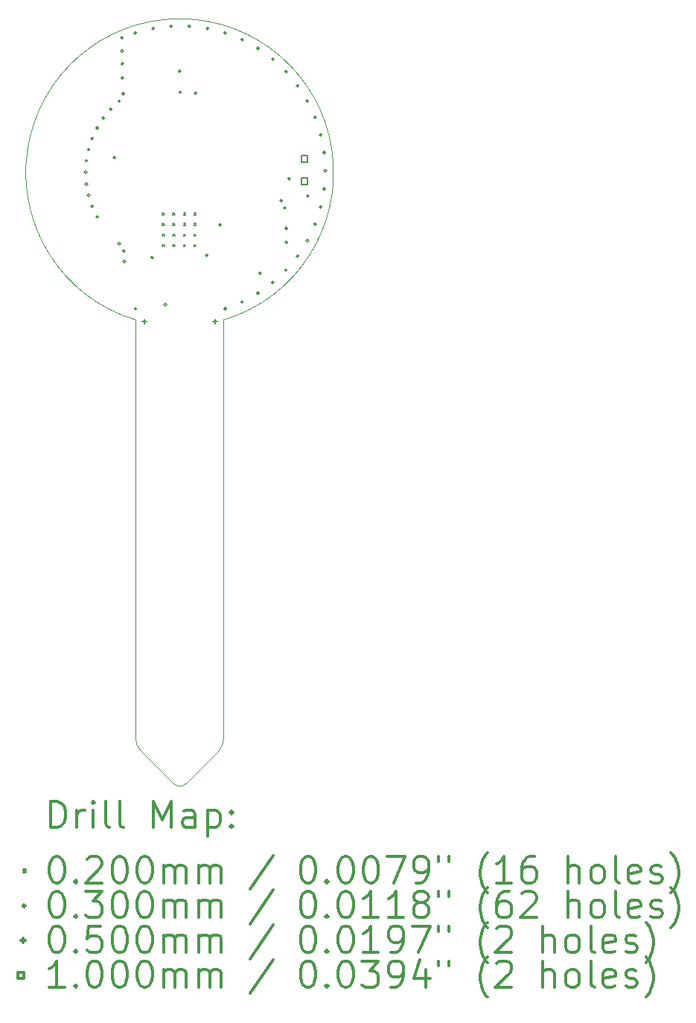
<source format=gbr>
%FSLAX45Y45*%
G04 Gerber Fmt 4.5, Leading zero omitted, Abs format (unit mm)*
G04 Created by KiCad (PCBNEW 5.1.10) date 2021-11-09 15:36:48*
%MOMM*%
%LPD*%
G01*
G04 APERTURE LIST*
%TA.AperFunction,Profile*%
%ADD10C,0.100000*%
%TD*%
%ADD11C,0.200000*%
%ADD12C,0.300000*%
G04 APERTURE END LIST*
D10*
X6130487Y-13025787D02*
G75*
G02*
X6071908Y-12884365I141421J141421D01*
G01*
X6071908Y-8120168D02*
X6071908Y-12884365D01*
X6071999Y-8120195D02*
G75*
G02*
X7071908Y-8120168I499909J1677078D01*
G01*
X7071908Y-12884365D02*
X7071908Y-8120168D01*
X7071908Y-12884365D02*
G75*
G02*
X7013329Y-13025787I-200000J0D01*
G01*
X6642619Y-13396497D02*
X7013329Y-13025787D01*
X6642619Y-13396497D02*
G75*
G02*
X6501197Y-13396497I-70711J70711D01*
G01*
X6130487Y-13025787D02*
X6501197Y-13396497D01*
D11*
X6375010Y-6902560D02*
X6395010Y-6922560D01*
X6395010Y-6902560D02*
X6375010Y-6922560D01*
X6375010Y-7022560D02*
X6395010Y-7042560D01*
X6395010Y-7022560D02*
X6375010Y-7042560D01*
X6375010Y-7142560D02*
X6395010Y-7162560D01*
X6395010Y-7142560D02*
X6375010Y-7162560D01*
X6375010Y-7262560D02*
X6395010Y-7282560D01*
X6395010Y-7262560D02*
X6375010Y-7282560D01*
X6495010Y-6902560D02*
X6515010Y-6922560D01*
X6515010Y-6902560D02*
X6495010Y-6922560D01*
X6495010Y-7022560D02*
X6515010Y-7042560D01*
X6515010Y-7022560D02*
X6495010Y-7042560D01*
X6495010Y-7142560D02*
X6515010Y-7162560D01*
X6515010Y-7142560D02*
X6495010Y-7162560D01*
X6495010Y-7262560D02*
X6515010Y-7282560D01*
X6515010Y-7262560D02*
X6495010Y-7282560D01*
X6615010Y-6902560D02*
X6635010Y-6922560D01*
X6635010Y-6902560D02*
X6615010Y-6922560D01*
X6615010Y-7022560D02*
X6635010Y-7042560D01*
X6635010Y-7022560D02*
X6615010Y-7042560D01*
X6615010Y-7142560D02*
X6635010Y-7162560D01*
X6635010Y-7142560D02*
X6615010Y-7162560D01*
X6615010Y-7262560D02*
X6635010Y-7282560D01*
X6635010Y-7262560D02*
X6615010Y-7282560D01*
X6735010Y-6902560D02*
X6755010Y-6922560D01*
X6755010Y-6902560D02*
X6735010Y-6922560D01*
X6735010Y-7022560D02*
X6755010Y-7042560D01*
X6755010Y-7022560D02*
X6735010Y-7042560D01*
X6735010Y-7142560D02*
X6755010Y-7162560D01*
X6755010Y-7142560D02*
X6735010Y-7162560D01*
X6735010Y-7262560D02*
X6755010Y-7282560D01*
X6755010Y-7262560D02*
X6735010Y-7282560D01*
X5516640Y-6441440D02*
G75*
G03*
X5516640Y-6441440I-15000J0D01*
G01*
X5524920Y-6309840D02*
G75*
G03*
X5524920Y-6309840I-15000J0D01*
G01*
X5524920Y-6573040D02*
G75*
G03*
X5524920Y-6573040I-15000J0D01*
G01*
X5549628Y-6180316D02*
G75*
G03*
X5549628Y-6180316I-15000J0D01*
G01*
X5549628Y-6702564D02*
G75*
G03*
X5549628Y-6702564I-15000J0D01*
G01*
X5590375Y-6054909D02*
G75*
G03*
X5590375Y-6054909I-15000J0D01*
G01*
X5590375Y-6827971D02*
G75*
G03*
X5590375Y-6827971I-15000J0D01*
G01*
X5646518Y-5935599D02*
G75*
G03*
X5646518Y-5935599I-15000J0D01*
G01*
X5646518Y-6947281D02*
G75*
G03*
X5646518Y-6947281I-15000J0D01*
G01*
X5717172Y-5824265D02*
G75*
G03*
X5717172Y-5824265I-15000J0D01*
G01*
X5801223Y-5722665D02*
G75*
G03*
X5801223Y-5722665I-15000J0D01*
G01*
X5845228Y-6272937D02*
G75*
G03*
X5845228Y-6272937I-15000J0D01*
G01*
X5897345Y-5632401D02*
G75*
G03*
X5897345Y-5632401I-15000J0D01*
G01*
X5897345Y-7250479D02*
G75*
G03*
X5897345Y-7250479I-15000J0D01*
G01*
X5929048Y-4908957D02*
G75*
G03*
X5929048Y-4908957I-15000J0D01*
G01*
X5931588Y-5058817D02*
G75*
G03*
X5931588Y-5058817I-15000J0D01*
G01*
X5934128Y-5206137D02*
G75*
G03*
X5934128Y-5206137I-15000J0D01*
G01*
X5934128Y-5366157D02*
G75*
G03*
X5934128Y-5366157I-15000J0D01*
G01*
X5944288Y-5546497D02*
G75*
G03*
X5944288Y-5546497I-15000J0D01*
G01*
X5951908Y-7334657D02*
G75*
G03*
X5951908Y-7334657I-15000J0D01*
G01*
X5957248Y-7453777D02*
G75*
G03*
X5957248Y-7453777I-15000J0D01*
G01*
X6082722Y-4854417D02*
G75*
G03*
X6082722Y-4854417I-15000J0D01*
G01*
X6082722Y-7992903D02*
G75*
G03*
X6082722Y-7992903I-15000J0D01*
G01*
X6272509Y-7410857D02*
G75*
G03*
X6272509Y-7410857I-15000J0D01*
G01*
X6283421Y-4802886D02*
G75*
G03*
X6283421Y-4802886I-15000J0D01*
G01*
X6421808Y-7946797D02*
G75*
G03*
X6421808Y-7946797I-15000J0D01*
G01*
X6488996Y-4776916D02*
G75*
G03*
X6488996Y-4776916I-15000J0D01*
G01*
X6585638Y-5289176D02*
G75*
G03*
X6585638Y-5289176I-15000J0D01*
G01*
X6591984Y-5530298D02*
G75*
G03*
X6591984Y-5530298I-15000J0D01*
G01*
X6696204Y-4776916D02*
G75*
G03*
X6696204Y-4776916I-15000J0D01*
G01*
X6767248Y-5538877D02*
G75*
G03*
X6767248Y-5538877I-15000J0D01*
G01*
X6894248Y-7385457D02*
G75*
G03*
X6894248Y-7385457I-15000J0D01*
G01*
X6901779Y-4802886D02*
G75*
G03*
X6901779Y-4802886I-15000J0D01*
G01*
X7046648Y-7040017D02*
G75*
G03*
X7046648Y-7040017I-15000J0D01*
G01*
X7102478Y-4854417D02*
G75*
G03*
X7102478Y-4854417I-15000J0D01*
G01*
X7102478Y-7992903D02*
G75*
G03*
X7102478Y-7992903I-15000J0D01*
G01*
X7295136Y-4930695D02*
G75*
G03*
X7295136Y-4930695I-15000J0D01*
G01*
X7295136Y-7916625D02*
G75*
G03*
X7295136Y-7916625I-15000J0D01*
G01*
X7476714Y-5030519D02*
G75*
G03*
X7476714Y-5030519I-15000J0D01*
G01*
X7476714Y-7816801D02*
G75*
G03*
X7476714Y-7816801I-15000J0D01*
G01*
X7501308Y-7588657D02*
G75*
G03*
X7501308Y-7588657I-15000J0D01*
G01*
X7644350Y-5152313D02*
G75*
G03*
X7644350Y-5152313I-15000J0D01*
G01*
X7644350Y-7695007D02*
G75*
G03*
X7644350Y-7695007I-15000J0D01*
G01*
X7740068Y-6763157D02*
G75*
G03*
X7740068Y-6763157I-15000J0D01*
G01*
X7780708Y-6846977D02*
G75*
G03*
X7780708Y-6846977I-15000J0D01*
G01*
X7795398Y-5294157D02*
G75*
G03*
X7795398Y-5294157I-15000J0D01*
G01*
X7795398Y-7553163D02*
G75*
G03*
X7795398Y-7553163I-15000J0D01*
G01*
X7798488Y-7078117D02*
G75*
G03*
X7798488Y-7078117I-15000J0D01*
G01*
X7801028Y-7238137D02*
G75*
G03*
X7801028Y-7238137I-15000J0D01*
G01*
X7831508Y-6514237D02*
G75*
G03*
X7831508Y-6514237I-15000J0D01*
G01*
X7927478Y-5453814D02*
G75*
G03*
X7927478Y-5453814I-15000J0D01*
G01*
X7927478Y-7393506D02*
G75*
G03*
X7927478Y-7393506I-15000J0D01*
G01*
X8038506Y-5628766D02*
G75*
G03*
X8038506Y-5628766I-15000J0D01*
G01*
X8038506Y-7218554D02*
G75*
G03*
X8038506Y-7218554I-15000J0D01*
G01*
X8044868Y-6709817D02*
G75*
G03*
X8044868Y-6709817I-15000J0D01*
G01*
X8126731Y-5816254D02*
G75*
G03*
X8126731Y-5816254I-15000J0D01*
G01*
X8126731Y-7031065D02*
G75*
G03*
X8126731Y-7031065I-15000J0D01*
G01*
X8190762Y-6013322D02*
G75*
G03*
X8190762Y-6013322I-15000J0D01*
G01*
X8190762Y-6833998D02*
G75*
G03*
X8190762Y-6833998I-15000J0D01*
G01*
X8229589Y-6216860D02*
G75*
G03*
X8229589Y-6216860I-15000J0D01*
G01*
X8229589Y-6630460D02*
G75*
G03*
X8229589Y-6630460I-15000J0D01*
G01*
X8242600Y-6423660D02*
G75*
G03*
X8242600Y-6423660I-15000J0D01*
G01*
X6172212Y-8111878D02*
X6172212Y-8161878D01*
X6147212Y-8136878D02*
X6197212Y-8136878D01*
X6972212Y-8111878D02*
X6972212Y-8161878D01*
X6947212Y-8136878D02*
X6997212Y-8136878D01*
X8024584Y-6320993D02*
X8024584Y-6250281D01*
X7953872Y-6250281D01*
X7953872Y-6320993D01*
X8024584Y-6320993D01*
X8024584Y-6574993D02*
X8024584Y-6504281D01*
X7953872Y-6504281D01*
X7953872Y-6574993D01*
X8024584Y-6574993D01*
D12*
X5103337Y-13896501D02*
X5103337Y-13596501D01*
X5174765Y-13596501D01*
X5217622Y-13610787D01*
X5246194Y-13639358D01*
X5260479Y-13667929D01*
X5274765Y-13725072D01*
X5274765Y-13767929D01*
X5260479Y-13825072D01*
X5246194Y-13853644D01*
X5217622Y-13882215D01*
X5174765Y-13896501D01*
X5103337Y-13896501D01*
X5403337Y-13896501D02*
X5403337Y-13696501D01*
X5403337Y-13753644D02*
X5417622Y-13725072D01*
X5431908Y-13710787D01*
X5460479Y-13696501D01*
X5489051Y-13696501D01*
X5589051Y-13896501D02*
X5589051Y-13696501D01*
X5589051Y-13596501D02*
X5574765Y-13610787D01*
X5589051Y-13625072D01*
X5603336Y-13610787D01*
X5589051Y-13596501D01*
X5589051Y-13625072D01*
X5774765Y-13896501D02*
X5746194Y-13882215D01*
X5731908Y-13853644D01*
X5731908Y-13596501D01*
X5931908Y-13896501D02*
X5903336Y-13882215D01*
X5889051Y-13853644D01*
X5889051Y-13596501D01*
X6274765Y-13896501D02*
X6274765Y-13596501D01*
X6374765Y-13810787D01*
X6474765Y-13596501D01*
X6474765Y-13896501D01*
X6746194Y-13896501D02*
X6746194Y-13739358D01*
X6731908Y-13710787D01*
X6703336Y-13696501D01*
X6646194Y-13696501D01*
X6617622Y-13710787D01*
X6746194Y-13882215D02*
X6717622Y-13896501D01*
X6646194Y-13896501D01*
X6617622Y-13882215D01*
X6603336Y-13853644D01*
X6603336Y-13825072D01*
X6617622Y-13796501D01*
X6646194Y-13782215D01*
X6717622Y-13782215D01*
X6746194Y-13767929D01*
X6889051Y-13696501D02*
X6889051Y-13996501D01*
X6889051Y-13710787D02*
X6917622Y-13696501D01*
X6974765Y-13696501D01*
X7003336Y-13710787D01*
X7017622Y-13725072D01*
X7031908Y-13753644D01*
X7031908Y-13839358D01*
X7017622Y-13867929D01*
X7003336Y-13882215D01*
X6974765Y-13896501D01*
X6917622Y-13896501D01*
X6889051Y-13882215D01*
X7160479Y-13867929D02*
X7174765Y-13882215D01*
X7160479Y-13896501D01*
X7146194Y-13882215D01*
X7160479Y-13867929D01*
X7160479Y-13896501D01*
X7160479Y-13710787D02*
X7174765Y-13725072D01*
X7160479Y-13739358D01*
X7146194Y-13725072D01*
X7160479Y-13710787D01*
X7160479Y-13739358D01*
X4796908Y-14380787D02*
X4816908Y-14400787D01*
X4816908Y-14380787D02*
X4796908Y-14400787D01*
X5160479Y-14226501D02*
X5189051Y-14226501D01*
X5217622Y-14240787D01*
X5231908Y-14255072D01*
X5246194Y-14283644D01*
X5260479Y-14340787D01*
X5260479Y-14412215D01*
X5246194Y-14469358D01*
X5231908Y-14497929D01*
X5217622Y-14512215D01*
X5189051Y-14526501D01*
X5160479Y-14526501D01*
X5131908Y-14512215D01*
X5117622Y-14497929D01*
X5103337Y-14469358D01*
X5089051Y-14412215D01*
X5089051Y-14340787D01*
X5103337Y-14283644D01*
X5117622Y-14255072D01*
X5131908Y-14240787D01*
X5160479Y-14226501D01*
X5389051Y-14497929D02*
X5403337Y-14512215D01*
X5389051Y-14526501D01*
X5374765Y-14512215D01*
X5389051Y-14497929D01*
X5389051Y-14526501D01*
X5517622Y-14255072D02*
X5531908Y-14240787D01*
X5560479Y-14226501D01*
X5631908Y-14226501D01*
X5660479Y-14240787D01*
X5674765Y-14255072D01*
X5689051Y-14283644D01*
X5689051Y-14312215D01*
X5674765Y-14355072D01*
X5503337Y-14526501D01*
X5689051Y-14526501D01*
X5874765Y-14226501D02*
X5903336Y-14226501D01*
X5931908Y-14240787D01*
X5946194Y-14255072D01*
X5960479Y-14283644D01*
X5974765Y-14340787D01*
X5974765Y-14412215D01*
X5960479Y-14469358D01*
X5946194Y-14497929D01*
X5931908Y-14512215D01*
X5903336Y-14526501D01*
X5874765Y-14526501D01*
X5846194Y-14512215D01*
X5831908Y-14497929D01*
X5817622Y-14469358D01*
X5803336Y-14412215D01*
X5803336Y-14340787D01*
X5817622Y-14283644D01*
X5831908Y-14255072D01*
X5846194Y-14240787D01*
X5874765Y-14226501D01*
X6160479Y-14226501D02*
X6189051Y-14226501D01*
X6217622Y-14240787D01*
X6231908Y-14255072D01*
X6246194Y-14283644D01*
X6260479Y-14340787D01*
X6260479Y-14412215D01*
X6246194Y-14469358D01*
X6231908Y-14497929D01*
X6217622Y-14512215D01*
X6189051Y-14526501D01*
X6160479Y-14526501D01*
X6131908Y-14512215D01*
X6117622Y-14497929D01*
X6103336Y-14469358D01*
X6089051Y-14412215D01*
X6089051Y-14340787D01*
X6103336Y-14283644D01*
X6117622Y-14255072D01*
X6131908Y-14240787D01*
X6160479Y-14226501D01*
X6389051Y-14526501D02*
X6389051Y-14326501D01*
X6389051Y-14355072D02*
X6403336Y-14340787D01*
X6431908Y-14326501D01*
X6474765Y-14326501D01*
X6503336Y-14340787D01*
X6517622Y-14369358D01*
X6517622Y-14526501D01*
X6517622Y-14369358D02*
X6531908Y-14340787D01*
X6560479Y-14326501D01*
X6603336Y-14326501D01*
X6631908Y-14340787D01*
X6646194Y-14369358D01*
X6646194Y-14526501D01*
X6789051Y-14526501D02*
X6789051Y-14326501D01*
X6789051Y-14355072D02*
X6803336Y-14340787D01*
X6831908Y-14326501D01*
X6874765Y-14326501D01*
X6903336Y-14340787D01*
X6917622Y-14369358D01*
X6917622Y-14526501D01*
X6917622Y-14369358D02*
X6931908Y-14340787D01*
X6960479Y-14326501D01*
X7003336Y-14326501D01*
X7031908Y-14340787D01*
X7046194Y-14369358D01*
X7046194Y-14526501D01*
X7631908Y-14212215D02*
X7374765Y-14597929D01*
X8017622Y-14226501D02*
X8046194Y-14226501D01*
X8074765Y-14240787D01*
X8089051Y-14255072D01*
X8103336Y-14283644D01*
X8117622Y-14340787D01*
X8117622Y-14412215D01*
X8103336Y-14469358D01*
X8089051Y-14497929D01*
X8074765Y-14512215D01*
X8046194Y-14526501D01*
X8017622Y-14526501D01*
X7989051Y-14512215D01*
X7974765Y-14497929D01*
X7960479Y-14469358D01*
X7946194Y-14412215D01*
X7946194Y-14340787D01*
X7960479Y-14283644D01*
X7974765Y-14255072D01*
X7989051Y-14240787D01*
X8017622Y-14226501D01*
X8246194Y-14497929D02*
X8260479Y-14512215D01*
X8246194Y-14526501D01*
X8231908Y-14512215D01*
X8246194Y-14497929D01*
X8246194Y-14526501D01*
X8446194Y-14226501D02*
X8474765Y-14226501D01*
X8503337Y-14240787D01*
X8517622Y-14255072D01*
X8531908Y-14283644D01*
X8546194Y-14340787D01*
X8546194Y-14412215D01*
X8531908Y-14469358D01*
X8517622Y-14497929D01*
X8503337Y-14512215D01*
X8474765Y-14526501D01*
X8446194Y-14526501D01*
X8417622Y-14512215D01*
X8403337Y-14497929D01*
X8389051Y-14469358D01*
X8374765Y-14412215D01*
X8374765Y-14340787D01*
X8389051Y-14283644D01*
X8403337Y-14255072D01*
X8417622Y-14240787D01*
X8446194Y-14226501D01*
X8731908Y-14226501D02*
X8760479Y-14226501D01*
X8789051Y-14240787D01*
X8803337Y-14255072D01*
X8817622Y-14283644D01*
X8831908Y-14340787D01*
X8831908Y-14412215D01*
X8817622Y-14469358D01*
X8803337Y-14497929D01*
X8789051Y-14512215D01*
X8760479Y-14526501D01*
X8731908Y-14526501D01*
X8703337Y-14512215D01*
X8689051Y-14497929D01*
X8674765Y-14469358D01*
X8660479Y-14412215D01*
X8660479Y-14340787D01*
X8674765Y-14283644D01*
X8689051Y-14255072D01*
X8703337Y-14240787D01*
X8731908Y-14226501D01*
X8931908Y-14226501D02*
X9131908Y-14226501D01*
X9003337Y-14526501D01*
X9260479Y-14526501D02*
X9317622Y-14526501D01*
X9346194Y-14512215D01*
X9360479Y-14497929D01*
X9389051Y-14455072D01*
X9403337Y-14397929D01*
X9403337Y-14283644D01*
X9389051Y-14255072D01*
X9374765Y-14240787D01*
X9346194Y-14226501D01*
X9289051Y-14226501D01*
X9260479Y-14240787D01*
X9246194Y-14255072D01*
X9231908Y-14283644D01*
X9231908Y-14355072D01*
X9246194Y-14383644D01*
X9260479Y-14397929D01*
X9289051Y-14412215D01*
X9346194Y-14412215D01*
X9374765Y-14397929D01*
X9389051Y-14383644D01*
X9403337Y-14355072D01*
X9517622Y-14226501D02*
X9517622Y-14283644D01*
X9631908Y-14226501D02*
X9631908Y-14283644D01*
X10074765Y-14640787D02*
X10060479Y-14626501D01*
X10031908Y-14583644D01*
X10017622Y-14555072D01*
X10003337Y-14512215D01*
X9989051Y-14440787D01*
X9989051Y-14383644D01*
X10003337Y-14312215D01*
X10017622Y-14269358D01*
X10031908Y-14240787D01*
X10060479Y-14197929D01*
X10074765Y-14183644D01*
X10346194Y-14526501D02*
X10174765Y-14526501D01*
X10260479Y-14526501D02*
X10260479Y-14226501D01*
X10231908Y-14269358D01*
X10203337Y-14297929D01*
X10174765Y-14312215D01*
X10603337Y-14226501D02*
X10546194Y-14226501D01*
X10517622Y-14240787D01*
X10503337Y-14255072D01*
X10474765Y-14297929D01*
X10460479Y-14355072D01*
X10460479Y-14469358D01*
X10474765Y-14497929D01*
X10489051Y-14512215D01*
X10517622Y-14526501D01*
X10574765Y-14526501D01*
X10603337Y-14512215D01*
X10617622Y-14497929D01*
X10631908Y-14469358D01*
X10631908Y-14397929D01*
X10617622Y-14369358D01*
X10603337Y-14355072D01*
X10574765Y-14340787D01*
X10517622Y-14340787D01*
X10489051Y-14355072D01*
X10474765Y-14369358D01*
X10460479Y-14397929D01*
X10989051Y-14526501D02*
X10989051Y-14226501D01*
X11117622Y-14526501D02*
X11117622Y-14369358D01*
X11103337Y-14340787D01*
X11074765Y-14326501D01*
X11031908Y-14326501D01*
X11003337Y-14340787D01*
X10989051Y-14355072D01*
X11303336Y-14526501D02*
X11274765Y-14512215D01*
X11260479Y-14497929D01*
X11246194Y-14469358D01*
X11246194Y-14383644D01*
X11260479Y-14355072D01*
X11274765Y-14340787D01*
X11303336Y-14326501D01*
X11346194Y-14326501D01*
X11374765Y-14340787D01*
X11389051Y-14355072D01*
X11403336Y-14383644D01*
X11403336Y-14469358D01*
X11389051Y-14497929D01*
X11374765Y-14512215D01*
X11346194Y-14526501D01*
X11303336Y-14526501D01*
X11574765Y-14526501D02*
X11546194Y-14512215D01*
X11531908Y-14483644D01*
X11531908Y-14226501D01*
X11803336Y-14512215D02*
X11774765Y-14526501D01*
X11717622Y-14526501D01*
X11689051Y-14512215D01*
X11674765Y-14483644D01*
X11674765Y-14369358D01*
X11689051Y-14340787D01*
X11717622Y-14326501D01*
X11774765Y-14326501D01*
X11803336Y-14340787D01*
X11817622Y-14369358D01*
X11817622Y-14397929D01*
X11674765Y-14426501D01*
X11931908Y-14512215D02*
X11960479Y-14526501D01*
X12017622Y-14526501D01*
X12046194Y-14512215D01*
X12060479Y-14483644D01*
X12060479Y-14469358D01*
X12046194Y-14440787D01*
X12017622Y-14426501D01*
X11974765Y-14426501D01*
X11946194Y-14412215D01*
X11931908Y-14383644D01*
X11931908Y-14369358D01*
X11946194Y-14340787D01*
X11974765Y-14326501D01*
X12017622Y-14326501D01*
X12046194Y-14340787D01*
X12160479Y-14640787D02*
X12174765Y-14626501D01*
X12203336Y-14583644D01*
X12217622Y-14555072D01*
X12231908Y-14512215D01*
X12246194Y-14440787D01*
X12246194Y-14383644D01*
X12231908Y-14312215D01*
X12217622Y-14269358D01*
X12203336Y-14240787D01*
X12174765Y-14197929D01*
X12160479Y-14183644D01*
X4816908Y-14786787D02*
G75*
G03*
X4816908Y-14786787I-15000J0D01*
G01*
X5160479Y-14622501D02*
X5189051Y-14622501D01*
X5217622Y-14636787D01*
X5231908Y-14651072D01*
X5246194Y-14679644D01*
X5260479Y-14736787D01*
X5260479Y-14808215D01*
X5246194Y-14865358D01*
X5231908Y-14893929D01*
X5217622Y-14908215D01*
X5189051Y-14922501D01*
X5160479Y-14922501D01*
X5131908Y-14908215D01*
X5117622Y-14893929D01*
X5103337Y-14865358D01*
X5089051Y-14808215D01*
X5089051Y-14736787D01*
X5103337Y-14679644D01*
X5117622Y-14651072D01*
X5131908Y-14636787D01*
X5160479Y-14622501D01*
X5389051Y-14893929D02*
X5403337Y-14908215D01*
X5389051Y-14922501D01*
X5374765Y-14908215D01*
X5389051Y-14893929D01*
X5389051Y-14922501D01*
X5503337Y-14622501D02*
X5689051Y-14622501D01*
X5589051Y-14736787D01*
X5631908Y-14736787D01*
X5660479Y-14751072D01*
X5674765Y-14765358D01*
X5689051Y-14793929D01*
X5689051Y-14865358D01*
X5674765Y-14893929D01*
X5660479Y-14908215D01*
X5631908Y-14922501D01*
X5546194Y-14922501D01*
X5517622Y-14908215D01*
X5503337Y-14893929D01*
X5874765Y-14622501D02*
X5903336Y-14622501D01*
X5931908Y-14636787D01*
X5946194Y-14651072D01*
X5960479Y-14679644D01*
X5974765Y-14736787D01*
X5974765Y-14808215D01*
X5960479Y-14865358D01*
X5946194Y-14893929D01*
X5931908Y-14908215D01*
X5903336Y-14922501D01*
X5874765Y-14922501D01*
X5846194Y-14908215D01*
X5831908Y-14893929D01*
X5817622Y-14865358D01*
X5803336Y-14808215D01*
X5803336Y-14736787D01*
X5817622Y-14679644D01*
X5831908Y-14651072D01*
X5846194Y-14636787D01*
X5874765Y-14622501D01*
X6160479Y-14622501D02*
X6189051Y-14622501D01*
X6217622Y-14636787D01*
X6231908Y-14651072D01*
X6246194Y-14679644D01*
X6260479Y-14736787D01*
X6260479Y-14808215D01*
X6246194Y-14865358D01*
X6231908Y-14893929D01*
X6217622Y-14908215D01*
X6189051Y-14922501D01*
X6160479Y-14922501D01*
X6131908Y-14908215D01*
X6117622Y-14893929D01*
X6103336Y-14865358D01*
X6089051Y-14808215D01*
X6089051Y-14736787D01*
X6103336Y-14679644D01*
X6117622Y-14651072D01*
X6131908Y-14636787D01*
X6160479Y-14622501D01*
X6389051Y-14922501D02*
X6389051Y-14722501D01*
X6389051Y-14751072D02*
X6403336Y-14736787D01*
X6431908Y-14722501D01*
X6474765Y-14722501D01*
X6503336Y-14736787D01*
X6517622Y-14765358D01*
X6517622Y-14922501D01*
X6517622Y-14765358D02*
X6531908Y-14736787D01*
X6560479Y-14722501D01*
X6603336Y-14722501D01*
X6631908Y-14736787D01*
X6646194Y-14765358D01*
X6646194Y-14922501D01*
X6789051Y-14922501D02*
X6789051Y-14722501D01*
X6789051Y-14751072D02*
X6803336Y-14736787D01*
X6831908Y-14722501D01*
X6874765Y-14722501D01*
X6903336Y-14736787D01*
X6917622Y-14765358D01*
X6917622Y-14922501D01*
X6917622Y-14765358D02*
X6931908Y-14736787D01*
X6960479Y-14722501D01*
X7003336Y-14722501D01*
X7031908Y-14736787D01*
X7046194Y-14765358D01*
X7046194Y-14922501D01*
X7631908Y-14608215D02*
X7374765Y-14993929D01*
X8017622Y-14622501D02*
X8046194Y-14622501D01*
X8074765Y-14636787D01*
X8089051Y-14651072D01*
X8103336Y-14679644D01*
X8117622Y-14736787D01*
X8117622Y-14808215D01*
X8103336Y-14865358D01*
X8089051Y-14893929D01*
X8074765Y-14908215D01*
X8046194Y-14922501D01*
X8017622Y-14922501D01*
X7989051Y-14908215D01*
X7974765Y-14893929D01*
X7960479Y-14865358D01*
X7946194Y-14808215D01*
X7946194Y-14736787D01*
X7960479Y-14679644D01*
X7974765Y-14651072D01*
X7989051Y-14636787D01*
X8017622Y-14622501D01*
X8246194Y-14893929D02*
X8260479Y-14908215D01*
X8246194Y-14922501D01*
X8231908Y-14908215D01*
X8246194Y-14893929D01*
X8246194Y-14922501D01*
X8446194Y-14622501D02*
X8474765Y-14622501D01*
X8503337Y-14636787D01*
X8517622Y-14651072D01*
X8531908Y-14679644D01*
X8546194Y-14736787D01*
X8546194Y-14808215D01*
X8531908Y-14865358D01*
X8517622Y-14893929D01*
X8503337Y-14908215D01*
X8474765Y-14922501D01*
X8446194Y-14922501D01*
X8417622Y-14908215D01*
X8403337Y-14893929D01*
X8389051Y-14865358D01*
X8374765Y-14808215D01*
X8374765Y-14736787D01*
X8389051Y-14679644D01*
X8403337Y-14651072D01*
X8417622Y-14636787D01*
X8446194Y-14622501D01*
X8831908Y-14922501D02*
X8660479Y-14922501D01*
X8746194Y-14922501D02*
X8746194Y-14622501D01*
X8717622Y-14665358D01*
X8689051Y-14693929D01*
X8660479Y-14708215D01*
X9117622Y-14922501D02*
X8946194Y-14922501D01*
X9031908Y-14922501D02*
X9031908Y-14622501D01*
X9003337Y-14665358D01*
X8974765Y-14693929D01*
X8946194Y-14708215D01*
X9289051Y-14751072D02*
X9260479Y-14736787D01*
X9246194Y-14722501D01*
X9231908Y-14693929D01*
X9231908Y-14679644D01*
X9246194Y-14651072D01*
X9260479Y-14636787D01*
X9289051Y-14622501D01*
X9346194Y-14622501D01*
X9374765Y-14636787D01*
X9389051Y-14651072D01*
X9403337Y-14679644D01*
X9403337Y-14693929D01*
X9389051Y-14722501D01*
X9374765Y-14736787D01*
X9346194Y-14751072D01*
X9289051Y-14751072D01*
X9260479Y-14765358D01*
X9246194Y-14779644D01*
X9231908Y-14808215D01*
X9231908Y-14865358D01*
X9246194Y-14893929D01*
X9260479Y-14908215D01*
X9289051Y-14922501D01*
X9346194Y-14922501D01*
X9374765Y-14908215D01*
X9389051Y-14893929D01*
X9403337Y-14865358D01*
X9403337Y-14808215D01*
X9389051Y-14779644D01*
X9374765Y-14765358D01*
X9346194Y-14751072D01*
X9517622Y-14622501D02*
X9517622Y-14679644D01*
X9631908Y-14622501D02*
X9631908Y-14679644D01*
X10074765Y-15036787D02*
X10060479Y-15022501D01*
X10031908Y-14979644D01*
X10017622Y-14951072D01*
X10003337Y-14908215D01*
X9989051Y-14836787D01*
X9989051Y-14779644D01*
X10003337Y-14708215D01*
X10017622Y-14665358D01*
X10031908Y-14636787D01*
X10060479Y-14593929D01*
X10074765Y-14579644D01*
X10317622Y-14622501D02*
X10260479Y-14622501D01*
X10231908Y-14636787D01*
X10217622Y-14651072D01*
X10189051Y-14693929D01*
X10174765Y-14751072D01*
X10174765Y-14865358D01*
X10189051Y-14893929D01*
X10203337Y-14908215D01*
X10231908Y-14922501D01*
X10289051Y-14922501D01*
X10317622Y-14908215D01*
X10331908Y-14893929D01*
X10346194Y-14865358D01*
X10346194Y-14793929D01*
X10331908Y-14765358D01*
X10317622Y-14751072D01*
X10289051Y-14736787D01*
X10231908Y-14736787D01*
X10203337Y-14751072D01*
X10189051Y-14765358D01*
X10174765Y-14793929D01*
X10460479Y-14651072D02*
X10474765Y-14636787D01*
X10503337Y-14622501D01*
X10574765Y-14622501D01*
X10603337Y-14636787D01*
X10617622Y-14651072D01*
X10631908Y-14679644D01*
X10631908Y-14708215D01*
X10617622Y-14751072D01*
X10446194Y-14922501D01*
X10631908Y-14922501D01*
X10989051Y-14922501D02*
X10989051Y-14622501D01*
X11117622Y-14922501D02*
X11117622Y-14765358D01*
X11103337Y-14736787D01*
X11074765Y-14722501D01*
X11031908Y-14722501D01*
X11003337Y-14736787D01*
X10989051Y-14751072D01*
X11303336Y-14922501D02*
X11274765Y-14908215D01*
X11260479Y-14893929D01*
X11246194Y-14865358D01*
X11246194Y-14779644D01*
X11260479Y-14751072D01*
X11274765Y-14736787D01*
X11303336Y-14722501D01*
X11346194Y-14722501D01*
X11374765Y-14736787D01*
X11389051Y-14751072D01*
X11403336Y-14779644D01*
X11403336Y-14865358D01*
X11389051Y-14893929D01*
X11374765Y-14908215D01*
X11346194Y-14922501D01*
X11303336Y-14922501D01*
X11574765Y-14922501D02*
X11546194Y-14908215D01*
X11531908Y-14879644D01*
X11531908Y-14622501D01*
X11803336Y-14908215D02*
X11774765Y-14922501D01*
X11717622Y-14922501D01*
X11689051Y-14908215D01*
X11674765Y-14879644D01*
X11674765Y-14765358D01*
X11689051Y-14736787D01*
X11717622Y-14722501D01*
X11774765Y-14722501D01*
X11803336Y-14736787D01*
X11817622Y-14765358D01*
X11817622Y-14793929D01*
X11674765Y-14822501D01*
X11931908Y-14908215D02*
X11960479Y-14922501D01*
X12017622Y-14922501D01*
X12046194Y-14908215D01*
X12060479Y-14879644D01*
X12060479Y-14865358D01*
X12046194Y-14836787D01*
X12017622Y-14822501D01*
X11974765Y-14822501D01*
X11946194Y-14808215D01*
X11931908Y-14779644D01*
X11931908Y-14765358D01*
X11946194Y-14736787D01*
X11974765Y-14722501D01*
X12017622Y-14722501D01*
X12046194Y-14736787D01*
X12160479Y-15036787D02*
X12174765Y-15022501D01*
X12203336Y-14979644D01*
X12217622Y-14951072D01*
X12231908Y-14908215D01*
X12246194Y-14836787D01*
X12246194Y-14779644D01*
X12231908Y-14708215D01*
X12217622Y-14665358D01*
X12203336Y-14636787D01*
X12174765Y-14593929D01*
X12160479Y-14579644D01*
X4791908Y-15157787D02*
X4791908Y-15207787D01*
X4766908Y-15182787D02*
X4816908Y-15182787D01*
X5160479Y-15018501D02*
X5189051Y-15018501D01*
X5217622Y-15032787D01*
X5231908Y-15047072D01*
X5246194Y-15075644D01*
X5260479Y-15132787D01*
X5260479Y-15204215D01*
X5246194Y-15261358D01*
X5231908Y-15289929D01*
X5217622Y-15304215D01*
X5189051Y-15318501D01*
X5160479Y-15318501D01*
X5131908Y-15304215D01*
X5117622Y-15289929D01*
X5103337Y-15261358D01*
X5089051Y-15204215D01*
X5089051Y-15132787D01*
X5103337Y-15075644D01*
X5117622Y-15047072D01*
X5131908Y-15032787D01*
X5160479Y-15018501D01*
X5389051Y-15289929D02*
X5403337Y-15304215D01*
X5389051Y-15318501D01*
X5374765Y-15304215D01*
X5389051Y-15289929D01*
X5389051Y-15318501D01*
X5674765Y-15018501D02*
X5531908Y-15018501D01*
X5517622Y-15161358D01*
X5531908Y-15147072D01*
X5560479Y-15132787D01*
X5631908Y-15132787D01*
X5660479Y-15147072D01*
X5674765Y-15161358D01*
X5689051Y-15189929D01*
X5689051Y-15261358D01*
X5674765Y-15289929D01*
X5660479Y-15304215D01*
X5631908Y-15318501D01*
X5560479Y-15318501D01*
X5531908Y-15304215D01*
X5517622Y-15289929D01*
X5874765Y-15018501D02*
X5903336Y-15018501D01*
X5931908Y-15032787D01*
X5946194Y-15047072D01*
X5960479Y-15075644D01*
X5974765Y-15132787D01*
X5974765Y-15204215D01*
X5960479Y-15261358D01*
X5946194Y-15289929D01*
X5931908Y-15304215D01*
X5903336Y-15318501D01*
X5874765Y-15318501D01*
X5846194Y-15304215D01*
X5831908Y-15289929D01*
X5817622Y-15261358D01*
X5803336Y-15204215D01*
X5803336Y-15132787D01*
X5817622Y-15075644D01*
X5831908Y-15047072D01*
X5846194Y-15032787D01*
X5874765Y-15018501D01*
X6160479Y-15018501D02*
X6189051Y-15018501D01*
X6217622Y-15032787D01*
X6231908Y-15047072D01*
X6246194Y-15075644D01*
X6260479Y-15132787D01*
X6260479Y-15204215D01*
X6246194Y-15261358D01*
X6231908Y-15289929D01*
X6217622Y-15304215D01*
X6189051Y-15318501D01*
X6160479Y-15318501D01*
X6131908Y-15304215D01*
X6117622Y-15289929D01*
X6103336Y-15261358D01*
X6089051Y-15204215D01*
X6089051Y-15132787D01*
X6103336Y-15075644D01*
X6117622Y-15047072D01*
X6131908Y-15032787D01*
X6160479Y-15018501D01*
X6389051Y-15318501D02*
X6389051Y-15118501D01*
X6389051Y-15147072D02*
X6403336Y-15132787D01*
X6431908Y-15118501D01*
X6474765Y-15118501D01*
X6503336Y-15132787D01*
X6517622Y-15161358D01*
X6517622Y-15318501D01*
X6517622Y-15161358D02*
X6531908Y-15132787D01*
X6560479Y-15118501D01*
X6603336Y-15118501D01*
X6631908Y-15132787D01*
X6646194Y-15161358D01*
X6646194Y-15318501D01*
X6789051Y-15318501D02*
X6789051Y-15118501D01*
X6789051Y-15147072D02*
X6803336Y-15132787D01*
X6831908Y-15118501D01*
X6874765Y-15118501D01*
X6903336Y-15132787D01*
X6917622Y-15161358D01*
X6917622Y-15318501D01*
X6917622Y-15161358D02*
X6931908Y-15132787D01*
X6960479Y-15118501D01*
X7003336Y-15118501D01*
X7031908Y-15132787D01*
X7046194Y-15161358D01*
X7046194Y-15318501D01*
X7631908Y-15004215D02*
X7374765Y-15389929D01*
X8017622Y-15018501D02*
X8046194Y-15018501D01*
X8074765Y-15032787D01*
X8089051Y-15047072D01*
X8103336Y-15075644D01*
X8117622Y-15132787D01*
X8117622Y-15204215D01*
X8103336Y-15261358D01*
X8089051Y-15289929D01*
X8074765Y-15304215D01*
X8046194Y-15318501D01*
X8017622Y-15318501D01*
X7989051Y-15304215D01*
X7974765Y-15289929D01*
X7960479Y-15261358D01*
X7946194Y-15204215D01*
X7946194Y-15132787D01*
X7960479Y-15075644D01*
X7974765Y-15047072D01*
X7989051Y-15032787D01*
X8017622Y-15018501D01*
X8246194Y-15289929D02*
X8260479Y-15304215D01*
X8246194Y-15318501D01*
X8231908Y-15304215D01*
X8246194Y-15289929D01*
X8246194Y-15318501D01*
X8446194Y-15018501D02*
X8474765Y-15018501D01*
X8503337Y-15032787D01*
X8517622Y-15047072D01*
X8531908Y-15075644D01*
X8546194Y-15132787D01*
X8546194Y-15204215D01*
X8531908Y-15261358D01*
X8517622Y-15289929D01*
X8503337Y-15304215D01*
X8474765Y-15318501D01*
X8446194Y-15318501D01*
X8417622Y-15304215D01*
X8403337Y-15289929D01*
X8389051Y-15261358D01*
X8374765Y-15204215D01*
X8374765Y-15132787D01*
X8389051Y-15075644D01*
X8403337Y-15047072D01*
X8417622Y-15032787D01*
X8446194Y-15018501D01*
X8831908Y-15318501D02*
X8660479Y-15318501D01*
X8746194Y-15318501D02*
X8746194Y-15018501D01*
X8717622Y-15061358D01*
X8689051Y-15089929D01*
X8660479Y-15104215D01*
X8974765Y-15318501D02*
X9031908Y-15318501D01*
X9060479Y-15304215D01*
X9074765Y-15289929D01*
X9103337Y-15247072D01*
X9117622Y-15189929D01*
X9117622Y-15075644D01*
X9103337Y-15047072D01*
X9089051Y-15032787D01*
X9060479Y-15018501D01*
X9003337Y-15018501D01*
X8974765Y-15032787D01*
X8960479Y-15047072D01*
X8946194Y-15075644D01*
X8946194Y-15147072D01*
X8960479Y-15175644D01*
X8974765Y-15189929D01*
X9003337Y-15204215D01*
X9060479Y-15204215D01*
X9089051Y-15189929D01*
X9103337Y-15175644D01*
X9117622Y-15147072D01*
X9217622Y-15018501D02*
X9417622Y-15018501D01*
X9289051Y-15318501D01*
X9517622Y-15018501D02*
X9517622Y-15075644D01*
X9631908Y-15018501D02*
X9631908Y-15075644D01*
X10074765Y-15432787D02*
X10060479Y-15418501D01*
X10031908Y-15375644D01*
X10017622Y-15347072D01*
X10003337Y-15304215D01*
X9989051Y-15232787D01*
X9989051Y-15175644D01*
X10003337Y-15104215D01*
X10017622Y-15061358D01*
X10031908Y-15032787D01*
X10060479Y-14989929D01*
X10074765Y-14975644D01*
X10174765Y-15047072D02*
X10189051Y-15032787D01*
X10217622Y-15018501D01*
X10289051Y-15018501D01*
X10317622Y-15032787D01*
X10331908Y-15047072D01*
X10346194Y-15075644D01*
X10346194Y-15104215D01*
X10331908Y-15147072D01*
X10160479Y-15318501D01*
X10346194Y-15318501D01*
X10703337Y-15318501D02*
X10703337Y-15018501D01*
X10831908Y-15318501D02*
X10831908Y-15161358D01*
X10817622Y-15132787D01*
X10789051Y-15118501D01*
X10746194Y-15118501D01*
X10717622Y-15132787D01*
X10703337Y-15147072D01*
X11017622Y-15318501D02*
X10989051Y-15304215D01*
X10974765Y-15289929D01*
X10960479Y-15261358D01*
X10960479Y-15175644D01*
X10974765Y-15147072D01*
X10989051Y-15132787D01*
X11017622Y-15118501D01*
X11060479Y-15118501D01*
X11089051Y-15132787D01*
X11103337Y-15147072D01*
X11117622Y-15175644D01*
X11117622Y-15261358D01*
X11103337Y-15289929D01*
X11089051Y-15304215D01*
X11060479Y-15318501D01*
X11017622Y-15318501D01*
X11289051Y-15318501D02*
X11260479Y-15304215D01*
X11246194Y-15275644D01*
X11246194Y-15018501D01*
X11517622Y-15304215D02*
X11489051Y-15318501D01*
X11431908Y-15318501D01*
X11403336Y-15304215D01*
X11389051Y-15275644D01*
X11389051Y-15161358D01*
X11403336Y-15132787D01*
X11431908Y-15118501D01*
X11489051Y-15118501D01*
X11517622Y-15132787D01*
X11531908Y-15161358D01*
X11531908Y-15189929D01*
X11389051Y-15218501D01*
X11646194Y-15304215D02*
X11674765Y-15318501D01*
X11731908Y-15318501D01*
X11760479Y-15304215D01*
X11774765Y-15275644D01*
X11774765Y-15261358D01*
X11760479Y-15232787D01*
X11731908Y-15218501D01*
X11689051Y-15218501D01*
X11660479Y-15204215D01*
X11646194Y-15175644D01*
X11646194Y-15161358D01*
X11660479Y-15132787D01*
X11689051Y-15118501D01*
X11731908Y-15118501D01*
X11760479Y-15132787D01*
X11874765Y-15432787D02*
X11889051Y-15418501D01*
X11917622Y-15375644D01*
X11931908Y-15347072D01*
X11946194Y-15304215D01*
X11960479Y-15232787D01*
X11960479Y-15175644D01*
X11946194Y-15104215D01*
X11931908Y-15061358D01*
X11917622Y-15032787D01*
X11889051Y-14989929D01*
X11874765Y-14975644D01*
X4802264Y-15614142D02*
X4802264Y-15543431D01*
X4731552Y-15543431D01*
X4731552Y-15614142D01*
X4802264Y-15614142D01*
X5260479Y-15714501D02*
X5089051Y-15714501D01*
X5174765Y-15714501D02*
X5174765Y-15414501D01*
X5146194Y-15457358D01*
X5117622Y-15485929D01*
X5089051Y-15500215D01*
X5389051Y-15685929D02*
X5403337Y-15700215D01*
X5389051Y-15714501D01*
X5374765Y-15700215D01*
X5389051Y-15685929D01*
X5389051Y-15714501D01*
X5589051Y-15414501D02*
X5617622Y-15414501D01*
X5646194Y-15428787D01*
X5660479Y-15443072D01*
X5674765Y-15471644D01*
X5689051Y-15528787D01*
X5689051Y-15600215D01*
X5674765Y-15657358D01*
X5660479Y-15685929D01*
X5646194Y-15700215D01*
X5617622Y-15714501D01*
X5589051Y-15714501D01*
X5560479Y-15700215D01*
X5546194Y-15685929D01*
X5531908Y-15657358D01*
X5517622Y-15600215D01*
X5517622Y-15528787D01*
X5531908Y-15471644D01*
X5546194Y-15443072D01*
X5560479Y-15428787D01*
X5589051Y-15414501D01*
X5874765Y-15414501D02*
X5903336Y-15414501D01*
X5931908Y-15428787D01*
X5946194Y-15443072D01*
X5960479Y-15471644D01*
X5974765Y-15528787D01*
X5974765Y-15600215D01*
X5960479Y-15657358D01*
X5946194Y-15685929D01*
X5931908Y-15700215D01*
X5903336Y-15714501D01*
X5874765Y-15714501D01*
X5846194Y-15700215D01*
X5831908Y-15685929D01*
X5817622Y-15657358D01*
X5803336Y-15600215D01*
X5803336Y-15528787D01*
X5817622Y-15471644D01*
X5831908Y-15443072D01*
X5846194Y-15428787D01*
X5874765Y-15414501D01*
X6160479Y-15414501D02*
X6189051Y-15414501D01*
X6217622Y-15428787D01*
X6231908Y-15443072D01*
X6246194Y-15471644D01*
X6260479Y-15528787D01*
X6260479Y-15600215D01*
X6246194Y-15657358D01*
X6231908Y-15685929D01*
X6217622Y-15700215D01*
X6189051Y-15714501D01*
X6160479Y-15714501D01*
X6131908Y-15700215D01*
X6117622Y-15685929D01*
X6103336Y-15657358D01*
X6089051Y-15600215D01*
X6089051Y-15528787D01*
X6103336Y-15471644D01*
X6117622Y-15443072D01*
X6131908Y-15428787D01*
X6160479Y-15414501D01*
X6389051Y-15714501D02*
X6389051Y-15514501D01*
X6389051Y-15543072D02*
X6403336Y-15528787D01*
X6431908Y-15514501D01*
X6474765Y-15514501D01*
X6503336Y-15528787D01*
X6517622Y-15557358D01*
X6517622Y-15714501D01*
X6517622Y-15557358D02*
X6531908Y-15528787D01*
X6560479Y-15514501D01*
X6603336Y-15514501D01*
X6631908Y-15528787D01*
X6646194Y-15557358D01*
X6646194Y-15714501D01*
X6789051Y-15714501D02*
X6789051Y-15514501D01*
X6789051Y-15543072D02*
X6803336Y-15528787D01*
X6831908Y-15514501D01*
X6874765Y-15514501D01*
X6903336Y-15528787D01*
X6917622Y-15557358D01*
X6917622Y-15714501D01*
X6917622Y-15557358D02*
X6931908Y-15528787D01*
X6960479Y-15514501D01*
X7003336Y-15514501D01*
X7031908Y-15528787D01*
X7046194Y-15557358D01*
X7046194Y-15714501D01*
X7631908Y-15400215D02*
X7374765Y-15785929D01*
X8017622Y-15414501D02*
X8046194Y-15414501D01*
X8074765Y-15428787D01*
X8089051Y-15443072D01*
X8103336Y-15471644D01*
X8117622Y-15528787D01*
X8117622Y-15600215D01*
X8103336Y-15657358D01*
X8089051Y-15685929D01*
X8074765Y-15700215D01*
X8046194Y-15714501D01*
X8017622Y-15714501D01*
X7989051Y-15700215D01*
X7974765Y-15685929D01*
X7960479Y-15657358D01*
X7946194Y-15600215D01*
X7946194Y-15528787D01*
X7960479Y-15471644D01*
X7974765Y-15443072D01*
X7989051Y-15428787D01*
X8017622Y-15414501D01*
X8246194Y-15685929D02*
X8260479Y-15700215D01*
X8246194Y-15714501D01*
X8231908Y-15700215D01*
X8246194Y-15685929D01*
X8246194Y-15714501D01*
X8446194Y-15414501D02*
X8474765Y-15414501D01*
X8503337Y-15428787D01*
X8517622Y-15443072D01*
X8531908Y-15471644D01*
X8546194Y-15528787D01*
X8546194Y-15600215D01*
X8531908Y-15657358D01*
X8517622Y-15685929D01*
X8503337Y-15700215D01*
X8474765Y-15714501D01*
X8446194Y-15714501D01*
X8417622Y-15700215D01*
X8403337Y-15685929D01*
X8389051Y-15657358D01*
X8374765Y-15600215D01*
X8374765Y-15528787D01*
X8389051Y-15471644D01*
X8403337Y-15443072D01*
X8417622Y-15428787D01*
X8446194Y-15414501D01*
X8646194Y-15414501D02*
X8831908Y-15414501D01*
X8731908Y-15528787D01*
X8774765Y-15528787D01*
X8803337Y-15543072D01*
X8817622Y-15557358D01*
X8831908Y-15585929D01*
X8831908Y-15657358D01*
X8817622Y-15685929D01*
X8803337Y-15700215D01*
X8774765Y-15714501D01*
X8689051Y-15714501D01*
X8660479Y-15700215D01*
X8646194Y-15685929D01*
X8974765Y-15714501D02*
X9031908Y-15714501D01*
X9060479Y-15700215D01*
X9074765Y-15685929D01*
X9103337Y-15643072D01*
X9117622Y-15585929D01*
X9117622Y-15471644D01*
X9103337Y-15443072D01*
X9089051Y-15428787D01*
X9060479Y-15414501D01*
X9003337Y-15414501D01*
X8974765Y-15428787D01*
X8960479Y-15443072D01*
X8946194Y-15471644D01*
X8946194Y-15543072D01*
X8960479Y-15571644D01*
X8974765Y-15585929D01*
X9003337Y-15600215D01*
X9060479Y-15600215D01*
X9089051Y-15585929D01*
X9103337Y-15571644D01*
X9117622Y-15543072D01*
X9374765Y-15514501D02*
X9374765Y-15714501D01*
X9303337Y-15400215D02*
X9231908Y-15614501D01*
X9417622Y-15614501D01*
X9517622Y-15414501D02*
X9517622Y-15471644D01*
X9631908Y-15414501D02*
X9631908Y-15471644D01*
X10074765Y-15828787D02*
X10060479Y-15814501D01*
X10031908Y-15771644D01*
X10017622Y-15743072D01*
X10003337Y-15700215D01*
X9989051Y-15628787D01*
X9989051Y-15571644D01*
X10003337Y-15500215D01*
X10017622Y-15457358D01*
X10031908Y-15428787D01*
X10060479Y-15385929D01*
X10074765Y-15371644D01*
X10174765Y-15443072D02*
X10189051Y-15428787D01*
X10217622Y-15414501D01*
X10289051Y-15414501D01*
X10317622Y-15428787D01*
X10331908Y-15443072D01*
X10346194Y-15471644D01*
X10346194Y-15500215D01*
X10331908Y-15543072D01*
X10160479Y-15714501D01*
X10346194Y-15714501D01*
X10703337Y-15714501D02*
X10703337Y-15414501D01*
X10831908Y-15714501D02*
X10831908Y-15557358D01*
X10817622Y-15528787D01*
X10789051Y-15514501D01*
X10746194Y-15514501D01*
X10717622Y-15528787D01*
X10703337Y-15543072D01*
X11017622Y-15714501D02*
X10989051Y-15700215D01*
X10974765Y-15685929D01*
X10960479Y-15657358D01*
X10960479Y-15571644D01*
X10974765Y-15543072D01*
X10989051Y-15528787D01*
X11017622Y-15514501D01*
X11060479Y-15514501D01*
X11089051Y-15528787D01*
X11103337Y-15543072D01*
X11117622Y-15571644D01*
X11117622Y-15657358D01*
X11103337Y-15685929D01*
X11089051Y-15700215D01*
X11060479Y-15714501D01*
X11017622Y-15714501D01*
X11289051Y-15714501D02*
X11260479Y-15700215D01*
X11246194Y-15671644D01*
X11246194Y-15414501D01*
X11517622Y-15700215D02*
X11489051Y-15714501D01*
X11431908Y-15714501D01*
X11403336Y-15700215D01*
X11389051Y-15671644D01*
X11389051Y-15557358D01*
X11403336Y-15528787D01*
X11431908Y-15514501D01*
X11489051Y-15514501D01*
X11517622Y-15528787D01*
X11531908Y-15557358D01*
X11531908Y-15585929D01*
X11389051Y-15614501D01*
X11646194Y-15700215D02*
X11674765Y-15714501D01*
X11731908Y-15714501D01*
X11760479Y-15700215D01*
X11774765Y-15671644D01*
X11774765Y-15657358D01*
X11760479Y-15628787D01*
X11731908Y-15614501D01*
X11689051Y-15614501D01*
X11660479Y-15600215D01*
X11646194Y-15571644D01*
X11646194Y-15557358D01*
X11660479Y-15528787D01*
X11689051Y-15514501D01*
X11731908Y-15514501D01*
X11760479Y-15528787D01*
X11874765Y-15828787D02*
X11889051Y-15814501D01*
X11917622Y-15771644D01*
X11931908Y-15743072D01*
X11946194Y-15700215D01*
X11960479Y-15628787D01*
X11960479Y-15571644D01*
X11946194Y-15500215D01*
X11931908Y-15457358D01*
X11917622Y-15428787D01*
X11889051Y-15385929D01*
X11874765Y-15371644D01*
M02*

</source>
